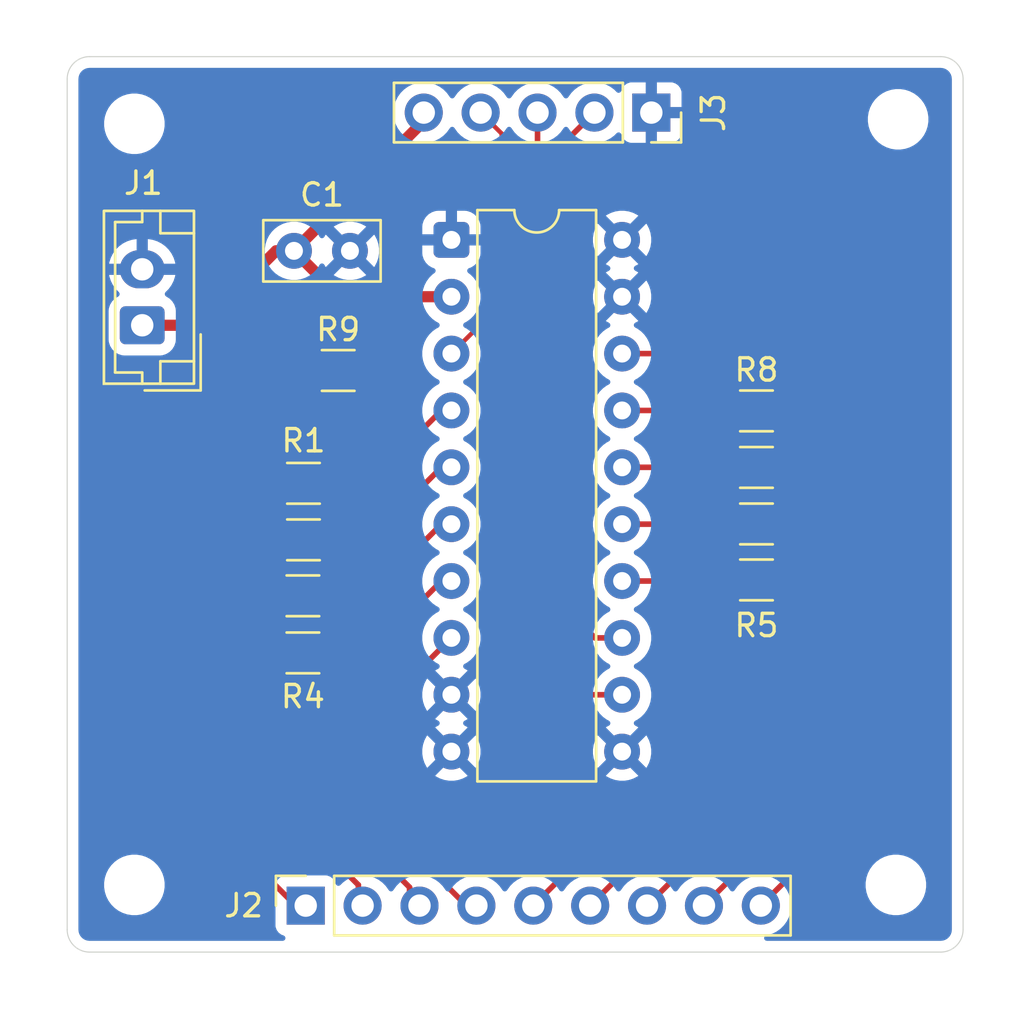
<source format=kicad_pcb>
(kicad_pcb (version 20241229) (generator "pcbnew") (generator_version "9.0")
  (layers (0 "F.Cu" signal) (2 "B.Cu" signal) (13 "F.Paste" user) (15 "B.Paste" user) (5 "F.SilkS" user "F.Silkscreen") (7 "B.SilkS" user "B.Silkscreen") (1 "F.Mask" user) (3 "B.Mask" user) (25 "Edge.Cuts" user))
  (net 0 "")
  (net 1 "GND")
  (net 2 "/5V")
  (net 3 "Net-(J2-Pin_6)")
  (net 4 "Net-(J2-Pin_9)")
  (net 5 "Net-(J2-Pin_5)")
  (net 6 "Net-(J2-Pin_8)")
  (net 7 "Net-(J2-Pin_2)")
  (net 8 "Net-(J2-Pin_7)")
  (net 9 "Net-(J2-Pin_3)")
  (net 10 "Net-(J2-Pin_1)")
  (net 11 "Net-(J2-Pin_4)")
  (net 12 "Net-(J3-Pin_2)")
  (net 13 "Net-(J3-Pin_3)")
  (net 14 "Net-(J3-Pin_4)")
  (net 15 "Net-(U1-DRAIN0)")
  (net 16 "Net-(U1-DRAIN1)")
  (net 17 "Net-(U1-DRAIN2)")
  (net 18 "Net-(U1-DRAIN3)")
  (net 19 "Net-(U1-DRAIN4)")
  (net 20 "Net-(U1-DRAIN5)")
  (net 21 "Net-(U1-DRAIN6)")
  (net 22 "Net-(U1-DRAIN7)")
  (net 23 "Net-(U1-~{SRCLR})")
  (footprint "Resistor_SMD:R_1206_3216Metric_Pad1.30x1.75mm_HandSolder" (layer "F.Cu") (at 140.525 106.635 180)
    (property "Reference" "R4" (at 0 -1.95 0) (layer "F.SilkS"))
    (property "Value" "100")
    (fp_line (start -0.727064 0.91) (end 0.727064 0.91) (stroke (width 0.12)) (layer "F.SilkS"))
    (fp_line (start -0.727064 -0.91) (end 0.727064 -0.91) (stroke (width 0.12)) (layer "F.SilkS"))
    (pad "1" smd roundrect (at -1.55 0 180) (size 1.3 1.75) (layers "F.Cu" "F.Mask" "F.Paste") (roundrect_rratio 0.192308) (net 18 "Net-(U1-DRAIN3)"))
    (pad "2" smd roundrect (at 1.55 0 180) (size 1.3 1.75) (layers "F.Cu" "F.Mask" "F.Paste") (roundrect_rratio 0.192308) (net 11 "Net-(J2-Pin_4)"))
  )
  (footprint "Connector_JST:JST_EH_B2B-EH-A_1x02_P2.50mm_Vertical" (layer "F.Cu") (at 133.35 92 90)
    (property "Reference" "J1" (at 6.35 0.05 180) (layer "F.SilkS"))
    (property "Value" "Conn_01x02")
    (fp_line (start 4.61 -1.21) (end 4.61 0) (stroke (width 0.12)) (layer "F.SilkS"))
    (fp_line (start -2.11 -1.21) (end 4.61 -1.21) (stroke (width 0.12)) (layer "F.SilkS"))
    (fp_line (start 4.61 0) (end 5.11 0) (stroke (width 0.12)) (layer "F.SilkS"))
    (fp_line (start -2.11 0) (end -2.11 -1.21) (stroke (width 0.12)) (layer "F.SilkS"))
    (fp_line (start -2.61 0) (end -2.11 0) (stroke (width 0.12)) (layer "F.SilkS"))
    (fp_line (start -2.91 0.11) (end -2.91 2.61) (stroke (width 0.12)) (layer "F.SilkS"))
    (fp_line (start 5.11 0.81) (end 4.11 0.81) (stroke (width 0.12)) (layer "F.SilkS"))
    (fp_line (start 4.11 0.81) (end 4.11 2.31) (stroke (width 0.12)) (layer "F.SilkS"))
    (fp_line (start -1.61 0.81) (end -1.61 2.31) (stroke (width 0.12)) (layer "F.SilkS"))
    (fp_line (start -2.61 0.81) (end -1.61 0.81) (stroke (width 0.12)) (layer "F.SilkS"))
    (fp_line (start -2.91 2.61) (end -0.41 2.61) (stroke (width 0.12)) (layer "F.SilkS"))
    (fp_rect (start -2.61 -1.71) (end 5.11 2.31) (stroke (width 0.12)) (fill no) (layer "F.SilkS"))
    (pad "1" thru_hole roundrect (at 0 0 90) (size 1.7 2) (drill 1) (layers "*.Cu" "*.Mask") (roundrect_rratio 0.147059) (net 2 "/5V"))
    (pad "2" thru_hole oval (at 2.5 0 90) (size 1.7 2) (drill 1) (layers "*.Cu" "*.Mask") (net 1 "GND"))
  )
  (footprint "Resistor_SMD:R_1206_3216Metric_Pad1.30x1.75mm_HandSolder" (layer "F.Cu") (at 140.55 99.06 180)
    (property "Reference" "R1" (at 0 1.905 0) (layer "F.SilkS"))
    (property "Value" "100")
    (fp_line (start -0.727064 0.91) (end 0.727064 0.91) (stroke (width 0.12)) (layer "F.SilkS"))
    (fp_line (start -0.727064 -0.91) (end 0.727064 -0.91) (stroke (width 0.12)) (layer "F.SilkS"))
    (pad "1" smd roundrect (at -1.55 0 180) (size 1.3 1.75) (layers "F.Cu" "F.Mask" "F.Paste") (roundrect_rratio 0.192308) (net 15 "Net-(U1-DRAIN0)"))
    (pad "2" smd roundrect (at 1.55 0 180) (size 1.3 1.75) (layers "F.Cu" "F.Mask" "F.Paste") (roundrect_rratio 0.192308) (net 10 "Net-(J2-Pin_1)"))
  )
  (footprint "MountingHole:MountingHole_2.2mm_M2" (layer "F.Cu") (at 167 117)
    (property "Reference" "H2" (hide yes))
    (property "Value" "MountingHole")
    (pad "" np_thru_hole circle (at 0 0) (size 2.2 2.2) (drill 2.2) (layers "*.Cu" "*.Mask"))
  )
  (footprint "Resistor_SMD:R_1206_3216Metric_Pad1.30x1.75mm_HandSolder" (layer "F.Cu") (at 160.775 100.875)
    (property "Reference" "R6" (hide yes))
    (property "Value" "100")
    (fp_line (start -0.727064 -0.91) (end 0.727064 -0.91) (stroke (width 0.12)) (layer "F.SilkS"))
    (fp_line (start -0.727064 0.91) (end 0.727064 0.91) (stroke (width 0.12)) (layer "F.SilkS"))
    (pad "1" smd roundrect (at -1.55 0) (size 1.3 1.75) (layers "F.Cu" "F.Mask" "F.Paste") (roundrect_rratio 0.192308) (net 20 "Net-(U1-DRAIN5)"))
    (pad "2" smd roundrect (at 1.55 0) (size 1.3 1.75) (layers "F.Cu" "F.Mask" "F.Paste") (roundrect_rratio 0.192308) (net 3 "Net-(J2-Pin_6)"))
  )
  (footprint "Connector_PinSocket_2.54mm:PinSocket_1x09_P2.54mm_Vertical" (layer "F.Cu") (at 140.65 117.925 90)
    (property "Reference" "J2" (at 0 -2.77 180) (layer "F.SilkS"))
    (property "Value" "Conn_01x09")
    (fp_line (start 1.33 -1.33) (end 1.33 0) (stroke (width 0.12)) (layer "F.SilkS"))
    (fp_line (start 0 -1.33) (end 1.33 -1.33) (stroke (width 0.12)) (layer "F.SilkS"))
    (fp_line (start 1.33 1.27) (end 1.33 21.65) (stroke (width 0.12)) (layer "F.SilkS"))
    (fp_line (start -1.33 1.27) (end 1.33 1.27) (stroke (width 0.12)) (layer "F.SilkS"))
    (fp_line (start -1.33 1.27) (end -1.33 21.65) (stroke (width 0.12)) (layer "F.SilkS"))
    (fp_line (start -1.33 21.65) (end 1.33 21.65) (stroke (width 0.12)) (layer "F.SilkS"))
    (pad "1" thru_hole rect (at 0 0 90) (size 1.7 1.7) (drill 1) (layers "*.Cu" "*.Mask") (net 10 "Net-(J2-Pin_1)"))
    (pad "2" thru_hole circle (at 0 2.54 90) (size 1.7 1.7) (drill 1) (layers "*.Cu" "*.Mask") (net 7 "Net-(J2-Pin_2)"))
    (pad "3" thru_hole circle (at 0 5.08 90) (size 1.7 1.7) (drill 1) (layers "*.Cu" "*.Mask") (net 9 "Net-(J2-Pin_3)"))
    (pad "4" thru_hole circle (at 0 7.62 90) (size 1.7 1.7) (drill 1) (layers "*.Cu" "*.Mask") (net 11 "Net-(J2-Pin_4)"))
    (pad "5" thru_hole circle (at 0 10.16 90) (size 1.7 1.7) (drill 1) (layers "*.Cu" "*.Mask") (net 5 "Net-(J2-Pin_5)"))
    (pad "6" thru_hole circle (at 0 12.7 90) (size 1.7 1.7) (drill 1) (layers "*.Cu" "*.Mask") (net 3 "Net-(J2-Pin_6)"))
    (pad "7" thru_hole circle (at 0 15.24 90) (size 1.7 1.7) (drill 1) (layers "*.Cu" "*.Mask") (net 8 "Net-(J2-Pin_7)"))
    (pad "8" thru_hole circle (at 0 17.78 90) (size 1.7 1.7) (drill 1) (layers "*.Cu" "*.Mask") (net 6 "Net-(J2-Pin_8)"))
    (pad "9" thru_hole circle (at 0 20.32 90) (size 1.7 1.7) (drill 1) (layers "*.Cu" "*.Mask") (net 4 "Net-(J2-Pin_9)"))
  )
  (footprint "MountingHole:MountingHole_2.2mm_M2" (layer "F.Cu") (at 133 83)
    (property "Reference" "H3" (hide yes))
    (property "Value" "MountingHole")
    (pad "" np_thru_hole circle (at 0 0) (size 2.2 2.2) (drill 2.2) (layers "*.Cu" "*.Mask"))
  )
  (footprint "Resistor_SMD:R_1206_3216Metric_Pad1.30x1.75mm_HandSolder" (layer "F.Cu") (at 140.525 104.085 180)
    (property "Reference" "R3" (hide yes))
    (property "Value" "100")
    (fp_line (start -0.727064 0.91) (end 0.727064 0.91) (stroke (width 0.12)) (layer "F.SilkS"))
    (fp_line (start -0.727064 -0.91) (end 0.727064 -0.91) (stroke (width 0.12)) (layer "F.SilkS"))
    (pad "1" smd roundrect (at -1.55 0 180) (size 1.3 1.75) (layers "F.Cu" "F.Mask" "F.Paste") (roundrect_rratio 0.192308) (net 17 "Net-(U1-DRAIN2)"))
    (pad "2" smd roundrect (at 1.55 0 180) (size 1.3 1.75) (layers "F.Cu" "F.Mask" "F.Paste") (roundrect_rratio 0.192308) (net 9 "Net-(J2-Pin_3)"))
  )
  (footprint "MountingHole:MountingHole_2.2mm_M2" (layer "F.Cu") (at 167.1 82.8)
    (property "Reference" "H1" (hide yes))
    (property "Value" "MountingHole")
    (pad "" np_thru_hole circle (at 0 0) (size 2.2 2.2) (drill 2.2) (layers "*.Cu" "*.Mask"))
  )
  (footprint "Resistor_SMD:R_1206_3216Metric_Pad1.30x1.75mm_HandSolder" (layer "F.Cu") (at 140.55 101.585 180)
    (property "Reference" "R2" (hide yes))
    (property "Value" "100")
    (fp_line (start -0.727064 0.91) (end 0.727064 0.91) (stroke (width 0.12)) (layer "F.SilkS"))
    (fp_line (start -0.727064 -0.91) (end 0.727064 -0.91) (stroke (width 0.12)) (layer "F.SilkS"))
    (pad "1" smd roundrect (at -1.55 0 180) (size 1.3 1.75) (layers "F.Cu" "F.Mask" "F.Paste") (roundrect_rratio 0.192308) (net 16 "Net-(U1-DRAIN1)"))
    (pad "2" smd roundrect (at 1.55 0 180) (size 1.3 1.75) (layers "F.Cu" "F.Mask" "F.Paste") (roundrect_rratio 0.192308) (net 7 "Net-(J2-Pin_2)"))
  )
  (footprint "MountingHole:MountingHole_2.2mm_M2" (layer "F.Cu") (at 133 117)
    (property "Reference" "H4" (hide yes))
    (property "Value" "MountingHole")
    (pad "" np_thru_hole circle (at 0 0) (size 2.2 2.2) (drill 2.2) (layers "*.Cu" "*.Mask"))
  )
  (footprint "Resistor_SMD:R_1206_3216Metric_Pad1.30x1.75mm_HandSolder" (layer "F.Cu") (at 142.1 94.02)
    (property "Reference" "R9" (at 0 -1.83 0) (layer "F.SilkS"))
    (property "Value" "10K")
    (fp_line (start -0.727064 -0.91) (end 0.727064 -0.91) (stroke (width 0.12)) (layer "F.SilkS"))
    (fp_line (start -0.727064 0.91) (end 0.727064 0.91) (stroke (width 0.12)) (layer "F.SilkS"))
    (pad "1" smd roundrect (at -1.55 0) (size 1.3 1.75) (layers "F.Cu" "F.Mask" "F.Paste") (roundrect_rratio 0.192308) (net 23 "Net-(U1-~{SRCLR})"))
    (pad "2" smd roundrect (at 1.55 0) (size 1.3 1.75) (layers "F.Cu" "F.Mask" "F.Paste") (roundrect_rratio 0.192308) (net 2 "/5V"))
  )
  (footprint "Resistor_SMD:R_1206_3216Metric_Pad1.30x1.75mm_HandSolder" (layer "F.Cu") (at 160.775 98.35)
    (property "Reference" "R7" (hide yes))
    (property "Value" "100")
    (fp_line (start -0.727064 -0.91) (end 0.727064 -0.91) (stroke (width 0.12)) (layer "F.SilkS"))
    (fp_line (start -0.727064 0.91) (end 0.727064 0.91) (stroke (width 0.12)) (layer "F.SilkS"))
    (pad "1" smd roundrect (at -1.55 0) (size 1.3 1.75) (layers "F.Cu" "F.Mask" "F.Paste") (roundrect_rratio 0.192308) (net 21 "Net-(U1-DRAIN6)"))
    (pad "2" smd roundrect (at 1.55 0) (size 1.3 1.75) (layers "F.Cu" "F.Mask" "F.Paste") (roundrect_rratio 0.192308) (net 8 "Net-(J2-Pin_7)"))
  )
  (footprint "Package_DIP:DIP-20_W7.62mm" (layer "F.Cu") (at 147.155 88.185)
    (property "Reference" "U1" (hide yes))
    (property "Value" "TPIC6595")
    (fp_line (start 1.16 -1.33) (end 1.16 24.19) (stroke (width 0.12)) (layer "F.SilkS"))
    (fp_line (start 1.16 24.19) (end 6.46 24.19) (stroke (width 0.12)) (layer "F.SilkS"))
    (fp_line (start 2.81 -1.33) (end 1.16 -1.33) (stroke (width 0.12)) (layer "F.SilkS"))
    (fp_line (start 6.46 -1.33) (end 4.81 -1.33) (stroke (width 0.12)) (layer "F.SilkS"))
    (fp_line (start 6.46 24.19) (end 6.46 -1.33) (stroke (width 0.12)) (layer "F.SilkS"))
    (fp_arc (start 4.81 -1.33) (mid 3.81 -0.33) (end 2.81 -1.33) (stroke (width 0.12)) (layer "F.SilkS"))
    (pad "1" thru_hole roundrect (at 0 0) (size 1.6 1.6) (drill 0.8) (layers "*.Cu" "*.Mask") (roundrect_rratio 0.15625) (net 1 "GND"))
    (pad "2" thru_hole circle (at 0 2.54) (size 1.6 1.6) (drill 0.8) (layers "*.Cu" "*.Mask") (net 2 "/5V"))
    (pad "3" thru_hole circle (at 0 5.08) (size 1.6 1.6) (drill 0.8) (layers "*.Cu" "*.Mask") (net 14 "Net-(J3-Pin_4)"))
    (pad "4" thru_hole circle (at 0 7.62) (size 1.6 1.6) (drill 0.8) (layers "*.Cu" "*.Mask") (net 15 "Net-(U1-DRAIN0)"))
    (pad "5" thru_hole circle (at 0 10.16) (size 1.6 1.6) (drill 0.8) (layers "*.Cu" "*.Mask") (net 16 "Net-(U1-DRAIN1)"))
    (pad "6" thru_hole circle (at 0 12.7) (size 1.6 1.6) (drill 0.8) (layers "*.Cu" "*.Mask") (net 17 "Net-(U1-DRAIN2)"))
    (pad "7" thru_hole circle (at 0 15.24) (size 1.6 1.6) (drill 0.8) (layers "*.Cu" "*.Mask") (net 18 "Net-(U1-DRAIN3)"))
    (pad "8" thru_hole circle (at 0 17.78) (size 1.6 1.6) (drill 0.8) (layers "*.Cu" "*.Mask") (net 23 "Net-(U1-~{SRCLR})"))
    (pad "9" thru_hole circle (at 0 20.32) (size 1.6 1.6) (drill 0.8) (layers "*.Cu" "*.Mask") (net 1 "GND"))
    (pad "10" thru_hole circle (at 0 22.86) (size 1.6 1.6) (drill 0.8) (layers "*.Cu" "*.Mask") (net 1 "GND"))
    (pad "11" thru_hole circle (at 7.62 22.86) (size 1.6 1.6) (drill 0.8) (layers "*.Cu" "*.Mask") (net 1 "GND"))
    (pad "12" thru_hole circle (at 7.62 20.32) (size 1.6 1.6) (drill 0.8) (layers "*.Cu" "*.Mask") (net 13 "Net-(J3-Pin_3)"))
    (pad "13" thru_hole circle (at 7.62 17.78) (size 1.6 1.6) (drill 0.8) (layers "*.Cu" "*.Mask") (net 12 "Net-(J3-Pin_2)"))
    (pad "14" thru_hole circle (at 7.62 15.24) (size 1.6 1.6) (drill 0.8) (layers "*.Cu" "*.Mask") (net 19 "Net-(U1-DRAIN4)"))
    (pad "15" thru_hole circle (at 7.62 12.7) (size 1.6 1.6) (drill 0.8) (layers "*.Cu" "*.Mask") (net 20 "Net-(U1-DRAIN5)"))
    (pad "16" thru_hole circle (at 7.62 10.16) (size 1.6 1.6) (drill 0.8) (layers "*.Cu" "*.Mask") (net 21 "Net-(U1-DRAIN6)"))
    (pad "17" thru_hole circle (at 7.62 7.62) (size 1.6 1.6) (drill 0.8) (layers "*.Cu" "*.Mask") (net 22 "Net-(U1-DRAIN7)"))
    (pad "18" thru_hole circle (at 7.62 5.08) (size 1.6 1.6) (drill 0.8) (layers "*.Cu" "*.Mask") (net 4 "Net-(J2-Pin_9)"))
    (pad "19" thru_hole circle (at 7.62 2.54) (size 1.6 1.6) (drill 0.8) (layers "*.Cu" "*.Mask") (net 1 "GND"))
    (pad "20" thru_hole circle (at 7.62 0) (size 1.6 1.6) (drill 0.8) (layers "*.Cu" "*.Mask") (net 1 "GND"))
  )
  (footprint "Resistor_SMD:R_1206_3216Metric_Pad1.30x1.75mm_HandSolder" (layer "F.Cu") (at 160.775 103.375)
    (property "Reference" "R5" (at 0 2.035 0) (layer "F.SilkS"))
    (property "Value" "100")
    (fp_line (start -0.727064 -0.91) (end 0.727064 -0.91) (stroke (width 0.12)) (layer "F.SilkS"))
    (fp_line (start -0.727064 0.91) (end 0.727064 0.91) (stroke (width 0.12)) (layer "F.SilkS"))
    (pad "1" smd roundrect (at -1.55 0) (size 1.3 1.75) (layers "F.Cu" "F.Mask" "F.Paste") (roundrect_rratio 0.192308) (net 19 "Net-(U1-DRAIN4)"))
    (pad "2" smd roundrect (at 1.55 0) (size 1.3 1.75) (layers "F.Cu" "F.Mask" "F.Paste") (roundrect_rratio 0.192308) (net 5 "Net-(J2-Pin_5)"))
  )
  (footprint "Connector_PinSocket_2.54mm:PinSocket_1x05_P2.54mm_Vertical" (layer "F.Cu") (at 156.08 82.5 -90)
    (property "Reference" "J3" (at 0 -2.77 90) (layer "F.SilkS"))
    (property "Value" "Conn_01x05")
    (fp_line (start -1.33 11.49) (end 1.33 11.49) (stroke (width 0.12)) (layer "F.SilkS"))
    (fp_line (start -1.33 1.27) (end -1.33 11.49) (stroke (width 0.12)) (layer "F.SilkS"))
    (fp_line (start -1.33 1.27) (end 1.33 1.27) (stroke (width 0.12)) (layer "F.SilkS"))
    (fp_line (start 1.33 1.27) (end 1.33 11.49) (stroke (width 0.12)) (layer "F.SilkS"))
    (fp_line (start 0 -1.33) (end 1.33 -1.33) (stroke (width 0.12)) (layer "F.SilkS"))
    (fp_line (start 1.33 -1.33) (end 1.33 0) (stroke (width 0.12)) (layer "F.SilkS"))
    (pad "1" thru_hole rect (at 0 0 270) (size 1.7 1.7) (drill 1) (layers "*.Cu" "*.Mask") (net 1 "GND"))
    (pad "2" thru_hole circle (at 0 2.54 270) (size 1.7 1.7) (drill 1) (layers "*.Cu" "*.Mask") (net 12 "Net-(J3-Pin_2)"))
    (pad "3" thru_hole circle (at 0 5.08 270) (size 1.7 1.7) (drill 1) (layers "*.Cu" "*.Mask") (net 13 "Net-(J3-Pin_3)"))
    (pad "4" thru_hole circle (at 0 7.62 270) (size 1.7 1.7) (drill 1) (layers "*.Cu" "*.Mask") (net 14 "Net-(J3-Pin_4)"))
    (pad "5" thru_hole circle (at 0 10.16 270) (size 1.7 1.7) (drill 1) (layers "*.Cu" "*.Mask") (net 2 "/5V"))
  )
  (footprint "Resistor_SMD:R_1206_3216Metric_Pad1.30x1.75mm_HandSolder" (layer "F.Cu") (at 160.775 95.825)
    (property "Reference" "R8" (at 0 -1.83 0) (layer "F.SilkS"))
    (property "Value" "1K")
    (fp_line (start -0.727064 -0.91) (end 0.727064 -0.91) (stroke (width 0.12)) (layer "F.SilkS"))
    (fp_line (start -0.727064 0.91) (end 0.727064 0.91) (stroke (width 0.12)) (layer "F.SilkS"))
    (pad "1" smd roundrect (at -1.55 0) (size 1.3 1.75) (layers "F.Cu" "F.Mask" "F.Paste") (roundrect_rratio 0.192308) (net 22 "Net-(U1-DRAIN7)"))
    (pad "2" smd roundrect (at 1.55 0) (size 1.3 1.75) (layers "F.Cu" "F.Mask" "F.Paste") (roundrect_rratio 0.192308) (net 6 "Net-(J2-Pin_8)"))
  )
  (footprint "Capacitor_THT:C_Disc_D5.0mm_W2.5mm_P2.50mm" (layer "F.Cu") (at 140.125 88.675)
    (property "Reference" "C1" (at 1.25 -2.5 0) (layer "F.SilkS"))
    (property "Value" "0.1uF")
    (fp_line (start -1.37 -1.37) (end 3.87 -1.37) (stroke (width 0.12)) (layer "F.SilkS"))
    (fp_line (start -1.37 1.37) (end -1.37 -1.37) (stroke (width 0.12)) (layer "F.SilkS"))
    (fp_line (start 3.87 -1.37) (end 3.87 1.37) (stroke (width 0.12)) (layer "F.SilkS"))
    (fp_line (start 3.87 1.37) (end -1.37 1.37) (stroke (width 0.12)) (layer "F.SilkS"))
    (pad "1" thru_hole circle (at 0 0) (size 1.6 1.6) (drill 0.8) (layers "*.Cu" "*.Mask") (net 2 "/5V"))
    (pad "2" thru_hole circle (at 2.5 0) (size 1.6 1.6) (drill 0.8) (layers "*.Cu" "*.Mask") (net 1 "GND"))
  )
  (gr_line (start 169 120) (end 131 120) (stroke (width 0.05)) (layer "Edge.Cuts"))
  (gr_arc (start 170 119) (mid 169.707107 119.707107) (end 169 120) (stroke (width 0.05)) (layer "Edge.Cuts"))
  (gr_line (start 170 81) (end 170 119) (stroke (width 0.05)) (layer "Edge.Cuts"))
  (gr_arc (start 169 80) (mid 169.707107 80.292893) (end 170 81) (stroke (width 0.05)) (layer "Edge.Cuts"))
  (gr_line (start 131 80) (end 169 80) (stroke (width 0.05)) (layer "Edge.Cuts"))
  (gr_arc (start 131 120) (mid 130.292893 119.707107) (end 130 119) (stroke (width 0.05)) (layer "Edge.Cuts"))
  (gr_line (start 130 119) (end 130 81) (stroke (width 0.05)) (layer "Edge.Cuts"))
  (gr_arc (start 130 81) (mid 130.292893 80.292893) (end 131 80) (stroke (width 0.05)) (layer "Edge.Cuts"))
  (segment (start 143.65 94.02) (end 143.65 90.745) (width 0.25) (layer "F.Cu") (net 2))
  (segment (start 136 92) (end 133.35 92) (width 0.5) (layer "F.Cu") (net 2))
  (segment (start 142.175 90.725) (end 140.125 88.675) (width 0.5) (layer "F.Cu") (net 2))
  (segment (start 140.125 88.675) (end 145.92 82.88) (width 0.5) (layer "F.Cu") (net 2))
  (segment (start 140.125 88.675) (end 139.325 88.675) (width 0.5) (layer "F.Cu") (net 2))
  (segment (start 143.63 90.725) (end 142.175 90.725) (width 0.5) (layer "F.Cu") (net 2))
  (segment (start 139.325 88.675) (end 136 92) (width 0.5) (layer "F.Cu") (net 2))
  (segment (start 147.155 90.725) (end 143.63 90.725) (width 0.5) (layer "F.Cu") (net 2))
  (segment (start 143.65 90.745) (end 143.63 90.725) (width 0.2) (layer "F.Cu") (net 2))
  (segment (start 145.92 82.88) (end 145.92 82.5) (width 0.5) (layer "F.Cu") (net 2))
  (segment (start 164.2 107.075) (end 153.35 117.925) (width 0.25) (layer "F.Cu") (net 3))
  (segment (start 162.325 100.875) (end 164.2 102.75) (width 0.25) (layer "F.Cu") (net 3))
  (segment (start 164.2 102.75) (end 164.2 107.075) (width 0.25) (layer "F.Cu") (net 3))
  (segment (start 167.7 111.195) (end 160.97 117.925) (width 0.25) (layer "F.Cu") (net 4))
  (segment (start 167.7 96.7) (end 167.7 111.195) (width 0.25) (layer "F.Cu") (net 4))
  (segment (start 154.775 93.265) (end 164.265 93.265) (width 0.25) (layer "F.Cu") (net 4))
  (segment (start 164.265 93.265) (end 167.7 96.7) (width 0.25) (layer "F.Cu") (net 4))
  (segment (start 162.325 103.375) (end 162.325 106.41) (width 0.25) (layer "F.Cu") (net 5))
  (segment (start 162.325 106.41) (end 150.81 117.925) (width 0.25) (layer "F.Cu") (net 5))
  (segment (start 162.325 95.825) (end 166.6 100.1) (width 0.25) (layer "F.Cu") (net 6))
  (segment (start 166.6 100.1) (end 166.6 109.755) (width 0.25) (layer "F.Cu") (net 6))
  (segment (start 166.6 109.755) (end 158.43 117.925) (width 0.25) (layer "F.Cu") (net 6))
  (segment (start 136.455 104.13) (end 136.455 108) (width 0.25) (layer "F.Cu") (net 7))
  (segment (start 143 117.735) (end 143 117) (width 0.25) (layer "F.Cu") (net 7))
  (segment (start 139 101.585) (end 136.455 104.13) (width 0.25) (layer "F.Cu") (net 7))
  (segment (start 136.455 110.455) (end 136.455 108) (width 0.25) (layer "F.Cu") (net 7))
  (segment (start 143.19 117.925) (end 143 117.735) (width 0.25) (layer "F.Cu") (net 7))
  (segment (start 143 117) (end 136.455 110.455) (width 0.25) (layer "F.Cu") (net 7))
  (segment (start 162.325 98.35) (end 165.3 101.325) (width 0.25) (layer "F.Cu") (net 8))
  (segment (start 165.3 101.325) (end 165.3 108.515) (width 0.25) (layer "F.Cu") (net 8))
  (segment (start 165.3 108.515) (end 155.89 117.925) (width 0.25) (layer "F.Cu") (net 8))
  (segment (start 145.285 117.105) (end 145.285 117.925) (width 0.25) (layer "F.Cu") (net 9))
  (segment (start 138.975 104.085) (end 137.355 105.705) (width 0.25) (layer "F.Cu") (net 9))
  (segment (start 137.355 105.705) (end 137.355 109.175) (width 0.25) (layer "F.Cu") (net 9))
  (segment (start 137.355 109.175) (end 145.285 117.105) (width 0.25) (layer "F.Cu") (net 9))
  (segment (start 135.555 113.275) (end 135.555 102.505) (width 0.25) (layer "F.Cu") (net 10))
  (segment (start 140.205 117.925) (end 135.555 113.275) (width 0.25) (layer "F.Cu") (net 10))
  (segment (start 135.555 102.505) (end 139 99.06) (width 0.25) (layer "F.Cu") (net 10))
  (segment (start 138.975 109.075) (end 147.825 117.925) (width 0.25) (layer "F.Cu") (net 11))
  (segment (start 138.975 106.635) (end 138.975 109.075) (width 0.25) (layer "F.Cu") (net 11))
  (segment (start 152.3 83.74) (end 153.54 82.5) (width 0.25) (layer "F.Cu") (net 12))
  (segment (start 152.3 104.7) (end 153.565 105.965) (width 0.25) (layer "F.Cu") (net 12))
  (segment (start 152.3 104.7) (end 152.3 83.74) (width 0.25) (layer "F.Cu") (net 12))
  (segment (start 153.565 105.965) (end 154.775 105.965) (width 0.25) (layer "F.Cu") (net 12))
  (segment (start 154.775 105.965) (end 154.74 106) (width 0.25) (layer "F.Cu") (net 12))
  (segment (start 154.775 108.505) (end 153.105 108.505) (width 0.25) (layer "F.Cu") (net 13))
  (segment (start 153.105 108.505) (end 151 106.4) (width 0.25) (layer "F.Cu") (net 13))
  (segment (start 151 106.4) (end 151 82.5) (width 0.25) (layer "F.Cu") (net 13))
  (segment (start 149.4 83.44) (end 148.46 82.5) (width 0.2) (layer "F.Cu") (net 14))
  (segment (start 147.155 93.265) (end 149.4 91.02) (width 0.2) (layer "F.Cu") (net 14))
  (segment (start 149.4 91.02) (end 149.4 83.44) (width 0.2) (layer "F.Cu") (net 14))
  (segment (start 143.455 99.06) (end 146.71 95.805) (width 0.25) (layer "F.Cu") (net 15))
  (segment (start 142.1 99.06) (end 143.455 99.06) (width 0.25) (layer "F.Cu") (net 15))
  (segment (start 143.47 101.585) (end 146.71 98.345) (width 0.25) (layer "F.Cu") (net 16))
  (segment (start 142.1 101.585) (end 143.47 101.585) (width 0.25) (layer "F.Cu") (net 16))
  (segment (start 142.075 104.085) (end 143.51 104.085) (width 0.25) (layer "F.Cu") (net 17))
  (segment (start 143.51 104.085) (end 146.71 100.885) (width 0.25) (layer "F.Cu") (net 17))
  (segment (start 143.5 106.635) (end 146.71 103.425) (width 0.25) (layer "F.Cu") (net 18))
  (segment (start 142.075 106.635) (end 143.5 106.635) (width 0.25) (layer "F.Cu") (net 18))
  (segment (start 159.175 103.425) (end 159.225 103.375) (width 0.2) (layer "F.Cu") (net 19))
  (segment (start 154.775 103.425) (end 159.175 103.425) (width 0.25) (layer "F.Cu") (net 19))
  (segment (start 159.215 100.885) (end 159.225 100.875) (width 0.2) (layer "F.Cu") (net 20))
  (segment (start 154.775 100.885) (end 159.215 100.885) (width 0.25) (layer "F.Cu") (net 20))
  (segment (start 159.22 98.345) (end 159.225 98.35) (width 0.2) (layer "F.Cu") (net 21))
  (segment (start 154.775 98.345) (end 159.22 98.345) (width 0.25) (layer "F.Cu") (net 21))
  (segment (start 159.205 95.805) (end 159.225 95.825) (width 0.2) (layer "F.Cu") (net 22))
  (segment (start 154.775 95.805) (end 159.205 95.805) (width 0.25) (layer "F.Cu") (net 22))
  (segment (start 141.18 109.42) (end 143.7 109.42) (width 0.25) (layer "F.Cu") (net 23))
  (segment (start 140.55 108.79) (end 141.18 109.42) (width 0.25) (layer "F.Cu") (net 23))
  (segment (start 140.55 108.79) (end 140.55 94.02) (width 0.25) (layer "F.Cu") (net 23))
  (segment (start 147.155 105.965) (end 143.7 109.42) (width 0.25) (layer "F.Cu") (net 23))
  (zone (net 1) (net_name "GND") (layer "B.Cu") (connect_pads (clearance 0.5)) (min_thickness 0.25) (fill yes (thermal_gap 0.5) (thermal_bridge_width 0.5))
    (polygon (pts (xy 127 77.47) (xy 172.72 77.47) (xy 172.72 121.92) (xy 127.4 121.92)))
  )
)
</source>
